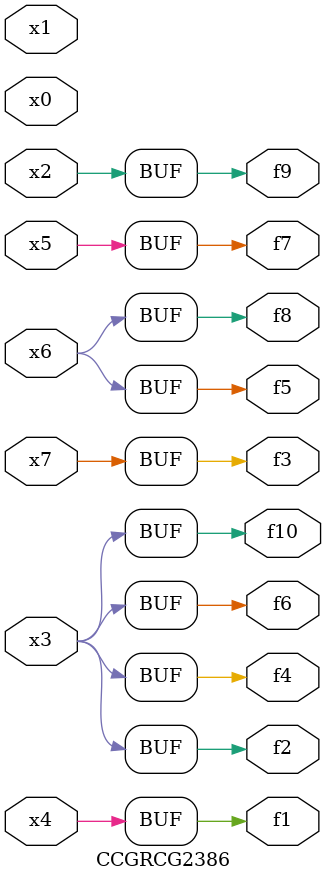
<source format=v>
module CCGRCG2386(
	input x0, x1, x2, x3, x4, x5, x6, x7,
	output f1, f2, f3, f4, f5, f6, f7, f8, f9, f10
);
	assign f1 = x4;
	assign f2 = x3;
	assign f3 = x7;
	assign f4 = x3;
	assign f5 = x6;
	assign f6 = x3;
	assign f7 = x5;
	assign f8 = x6;
	assign f9 = x2;
	assign f10 = x3;
endmodule

</source>
